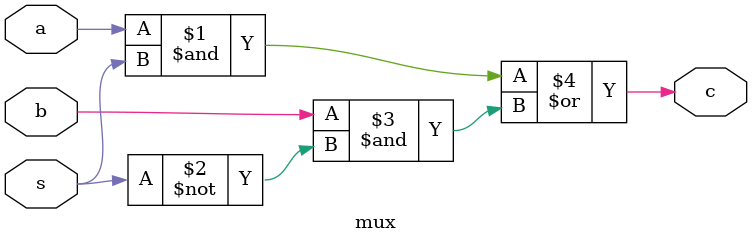
<source format=v>
module mux(input a, input b, input s, output c);
assign c = a&s | b&~s ;
endmodule 

</source>
